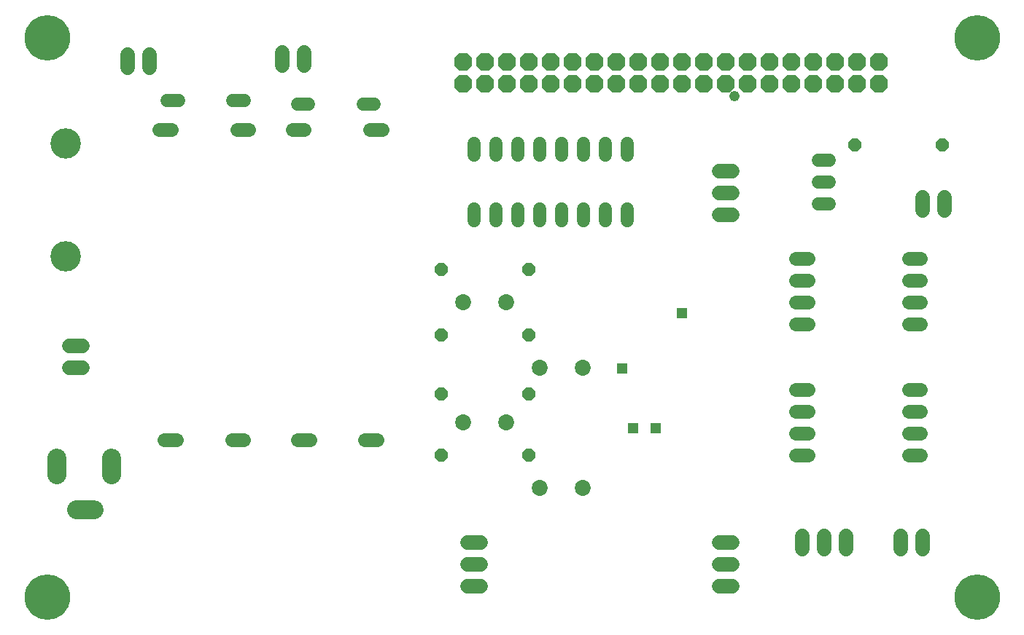
<source format=gbs>
G75*
%MOIN*%
%OFA0B0*%
%FSLAX25Y25*%
%IPPOS*%
%LPD*%
%AMOC8*
5,1,8,0,0,1.08239X$1,22.5*
%
%ADD10C,0.20800*%
%ADD11C,0.07300*%
%ADD12C,0.06000*%
%ADD13C,0.06800*%
%ADD14C,0.08674*%
%ADD15OC8,0.08200*%
%ADD16C,0.06343*%
%ADD17OC8,0.06000*%
%ADD18C,0.13900*%
%ADD19R,0.04762X0.04762*%
%ADD20C,0.04800*%
D10*
X0033800Y0016000D03*
X0033800Y0272000D03*
X0458800Y0272000D03*
X0458800Y0016000D03*
D11*
X0278643Y0066000D03*
X0258957Y0066000D03*
X0243643Y0096000D03*
X0223957Y0096000D03*
X0258957Y0121000D03*
X0278643Y0121000D03*
X0243443Y0151000D03*
X0223757Y0151000D03*
D12*
X0228800Y0188400D02*
X0228800Y0193600D01*
X0238800Y0193600D02*
X0238800Y0188400D01*
X0248800Y0188400D02*
X0248800Y0193600D01*
X0258800Y0193600D02*
X0258800Y0188400D01*
X0268800Y0188400D02*
X0268800Y0193600D01*
X0278800Y0193600D02*
X0278800Y0188400D01*
X0288800Y0188400D02*
X0288800Y0193600D01*
X0298800Y0193600D02*
X0298800Y0188400D01*
X0298800Y0218400D02*
X0298800Y0223600D01*
X0288800Y0223600D02*
X0288800Y0218400D01*
X0278800Y0218400D02*
X0278800Y0223600D01*
X0268800Y0223600D02*
X0268800Y0218400D01*
X0258800Y0218400D02*
X0258800Y0223600D01*
X0248800Y0223600D02*
X0248800Y0218400D01*
X0238800Y0218400D02*
X0238800Y0223600D01*
X0228800Y0223600D02*
X0228800Y0218400D01*
X0183400Y0241800D02*
X0178200Y0241800D01*
X0153400Y0241800D02*
X0148200Y0241800D01*
X0123900Y0243500D02*
X0118700Y0243500D01*
X0093900Y0243500D02*
X0088700Y0243500D01*
X0386200Y0216000D02*
X0391400Y0216000D01*
X0391400Y0206000D02*
X0386200Y0206000D01*
X0386200Y0196000D02*
X0391400Y0196000D01*
D13*
X0433800Y0193000D02*
X0433800Y0199000D01*
X0443800Y0199000D02*
X0443800Y0193000D01*
X0346800Y0191000D02*
X0340800Y0191000D01*
X0340800Y0201000D02*
X0346800Y0201000D01*
X0346800Y0211000D02*
X0340800Y0211000D01*
X0151200Y0259400D02*
X0151200Y0265400D01*
X0141200Y0265400D02*
X0141200Y0259400D01*
X0080700Y0258500D02*
X0080700Y0264500D01*
X0070700Y0264500D02*
X0070700Y0258500D01*
X0049800Y0131000D02*
X0043800Y0131000D01*
X0043800Y0121000D02*
X0049800Y0121000D01*
X0225900Y0041000D02*
X0231900Y0041000D01*
X0231900Y0031000D02*
X0225900Y0031000D01*
X0225900Y0021000D02*
X0231900Y0021000D01*
X0340800Y0021000D02*
X0346800Y0021000D01*
X0346800Y0031000D02*
X0340800Y0031000D01*
X0340800Y0041000D02*
X0346800Y0041000D01*
X0378800Y0038000D02*
X0378800Y0044000D01*
X0388800Y0044000D02*
X0388800Y0038000D01*
X0398800Y0038000D02*
X0398800Y0044000D01*
X0423800Y0044000D02*
X0423800Y0038000D01*
X0433800Y0038000D02*
X0433800Y0044000D01*
D14*
X0063131Y0071906D02*
X0063131Y0079780D01*
X0038328Y0079780D02*
X0038328Y0071906D01*
X0047383Y0056157D02*
X0055257Y0056157D01*
D15*
X0223800Y0251000D03*
X0233800Y0251000D03*
X0243800Y0251000D03*
X0253800Y0251000D03*
X0263800Y0251000D03*
X0273800Y0251000D03*
X0283800Y0251000D03*
X0293800Y0251000D03*
X0303800Y0251000D03*
X0313800Y0251000D03*
X0323800Y0251000D03*
X0333800Y0251000D03*
X0343800Y0251000D03*
X0353800Y0251000D03*
X0363800Y0251000D03*
X0373800Y0251000D03*
X0383800Y0251000D03*
X0393800Y0251000D03*
X0403800Y0251000D03*
X0413800Y0251000D03*
X0413800Y0261000D03*
X0403800Y0261000D03*
X0393800Y0261000D03*
X0383800Y0261000D03*
X0373800Y0261000D03*
X0363800Y0261000D03*
X0353800Y0261000D03*
X0343800Y0261000D03*
X0333800Y0261000D03*
X0323800Y0261000D03*
X0313800Y0261000D03*
X0303800Y0261000D03*
X0293800Y0261000D03*
X0283800Y0261000D03*
X0273800Y0261000D03*
X0263800Y0261000D03*
X0253800Y0261000D03*
X0243800Y0261000D03*
X0233800Y0261000D03*
X0223800Y0261000D03*
D16*
X0186943Y0230000D02*
X0181400Y0230000D01*
X0151400Y0230000D02*
X0145857Y0230000D01*
X0126043Y0229900D02*
X0120500Y0229900D01*
X0090500Y0229900D02*
X0084957Y0229900D01*
X0087357Y0087900D02*
X0092900Y0087900D01*
X0118100Y0087900D02*
X0123643Y0087900D01*
X0148257Y0088000D02*
X0153800Y0088000D01*
X0179000Y0088000D02*
X0184543Y0088000D01*
X0376028Y0091000D02*
X0381572Y0091000D01*
X0381572Y0081000D02*
X0376028Y0081000D01*
X0376028Y0101000D02*
X0381572Y0101000D01*
X0381572Y0111000D02*
X0376028Y0111000D01*
X0376028Y0141000D02*
X0381572Y0141000D01*
X0381572Y0151000D02*
X0376028Y0151000D01*
X0376028Y0161000D02*
X0381572Y0161000D01*
X0381572Y0171000D02*
X0376028Y0171000D01*
X0427528Y0171000D02*
X0433072Y0171000D01*
X0433072Y0161000D02*
X0427528Y0161000D01*
X0427528Y0151000D02*
X0433072Y0151000D01*
X0433072Y0141000D02*
X0427528Y0141000D01*
X0427528Y0111000D02*
X0433072Y0111000D01*
X0433072Y0101000D02*
X0427528Y0101000D01*
X0427528Y0091000D02*
X0433072Y0091000D01*
X0433072Y0081000D02*
X0427528Y0081000D01*
D17*
X0253800Y0081000D03*
X0213800Y0081000D03*
X0213800Y0109000D03*
X0253800Y0109000D03*
X0253800Y0136000D03*
X0213800Y0136000D03*
X0213800Y0166000D03*
X0253800Y0166000D03*
X0402800Y0223000D03*
X0442800Y0223000D03*
D18*
X0042211Y0223550D03*
X0042211Y0171850D03*
D19*
X0296600Y0120600D03*
X0301600Y0093400D03*
X0311800Y0093300D03*
X0324000Y0146100D03*
D20*
X0347800Y0245500D03*
M02*

</source>
